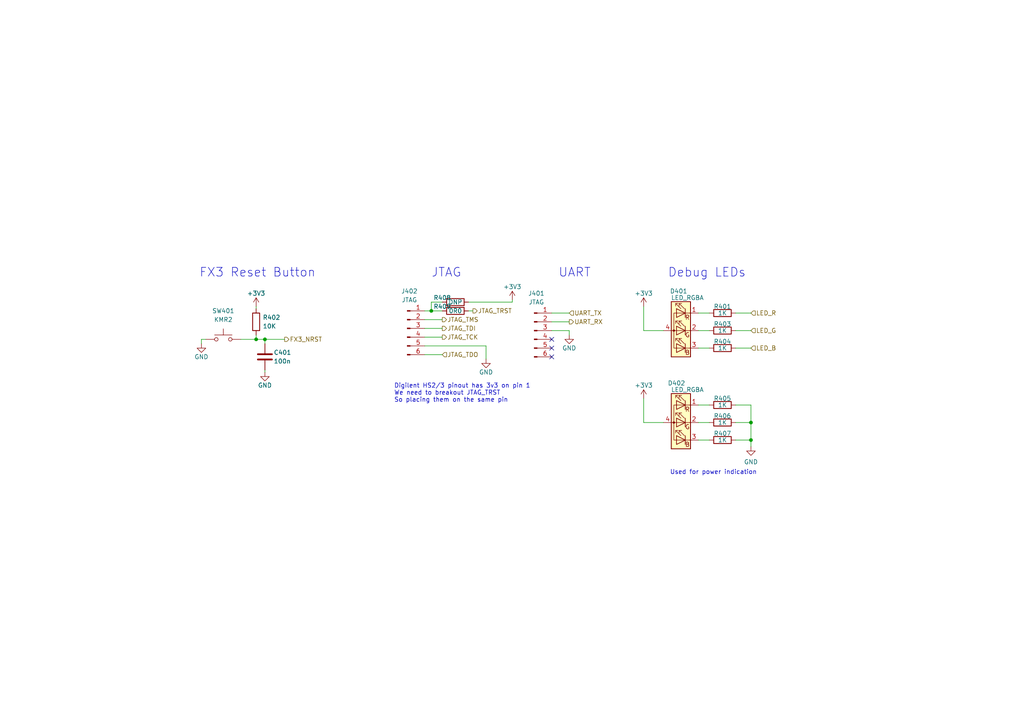
<source format=kicad_sch>
(kicad_sch (version 20211123) (generator eeschema)
  (paper "A4")
  (title_block (title "Voyager Logic") (date "2022-11-26") (rev "0.1") (company "Josh Johnson"))
  (lib_symbols
    (symbol "Connector:Conn_01x06_Male" (pin_names (offset 1.016) hide)
      (property "Reference" "J" (at 0 7.62 0))
      (property "Value" "Conn_01x06_Male" (at 0 -10.16 0))
      (symbol "Conn_01x06_Male_1_1"
        (polyline (pts (xy 1.27 -7.62) (xy 0.8636 -7.62)) (stroke (width 0.1524)))
        (polyline (pts (xy 1.27 -5.08) (xy 0.8636 -5.08)) (stroke (width 0.1524)))
        (polyline (pts (xy 1.27 -2.54) (xy 0.8636 -2.54)) (stroke (width 0.1524)))
        (polyline (pts (xy 1.27 0) (xy 0.8636 0)) (stroke (width 0.1524)))
        (polyline (pts (xy 1.27 2.54) (xy 0.8636 2.54)) (stroke (width 0.1524)))
        (polyline (pts (xy 1.27 5.08) (xy 0.8636 5.08)) (stroke (width 0.1524)))
        (rectangle (start 0.8636 -7.493) (end 0 -7.747) (stroke (width 0.1524)) (fill (type outline)))
        (rectangle (start 0.8636 -4.953) (end 0 -5.207) (stroke (width 0.1524)) (fill (type outline)))
        (rectangle (start 0.8636 -2.413) (end 0 -2.667) (stroke (width 0.1524)) (fill (type outline)))
        (rectangle (start 0.8636 0.127) (end 0 -0.127) (stroke (width 0.1524)) (fill (type outline)))
        (rectangle (start 0.8636 2.667) (end 0 2.413) (stroke (width 0.1524)) (fill (type outline)))
        (rectangle (start 0.8636 5.207) (end 0 4.953) (stroke (width 0.1524)) (fill (type outline)))
        (pin passive line (at 5.08 5.08 180) (length 3.81) (name "Pin_1") (number "1"))
        (pin passive line (at 5.08 2.54 180) (length 3.81) (name "Pin_2") (number "2"))
        (pin passive line (at 5.08 0 180) (length 3.81) (name "Pin_3") (number "3"))
        (pin passive line (at 5.08 -2.54 180) (length 3.81) (name "Pin_4") (number "4"))
        (pin passive line (at 5.08 -5.08 180) (length 3.81) (name "Pin_5") (number "5"))
        (pin passive line (at 5.08 -7.62 180) (length 3.81) (name "Pin_6") (number "6"))
      )
    )
    (symbol "Device:C" (pin_numbers hide) (pin_names (offset 0.254))
      (property "Reference" "C" (at 0.635 2.54 0))
      (property "Value" "C" (at 0.635 -2.54 0))
      (symbol "C_0_1"
        (polyline (pts (xy -2.032 -0.762) (xy 2.032 -0.762)) (stroke (width 0.508)))
        (polyline (pts (xy -2.032 0.762) (xy 2.032 0.762)) (stroke (width 0.508)))
      )
      (symbol "C_1_1"
        (pin passive line (at 0 3.81 270) (length 2.794) (name "~") (number "1"))
        (pin passive line (at 0 -3.81 90) (length 2.794) (name "~") (number "2"))
      )
    )
    (symbol "Device:R" (pin_numbers hide) (pin_names (offset 0))
      (property "Reference" "R" (at 2.032 0 90))
      (property "Value" "R" (at 0 0 90))
      (symbol "R_0_1"
        (rectangle (start -1.016 -2.54) (end 1.016 2.54) (stroke (width 0.254)))
      )
      (symbol "R_1_1"
        (pin passive line (at 0 3.81 270) (length 1.27) (name "~") (number "1"))
        (pin passive line (at 0 -3.81 90) (length 1.27) (name "~") (number "2"))
      )
    )
    (symbol "Switch:SW_Push" (pin_numbers hide) (pin_names (offset 1.016) hide)
      (property "Reference" "SW" (at 1.27 2.54 0))
      (property "Value" "SW_Push" (at 0 -1.524 0))
      (symbol "SW_Push_0_1"
        (circle (center -2.032 0) (radius 0.508))
        (polyline (pts (xy 0 1.27) (xy 0 3.048)))
        (polyline (pts (xy 2.54 1.27) (xy -2.54 1.27)))
        (circle (center 2.032 0) (radius 0.508))
        (pin passive line (at -5.08 0 0) (length 2.54) (name "1") (number "1"))
        (pin passive line (at 5.08 0 180) (length 2.54) (name "2") (number "2"))
      )
    )
    (symbol "josh-led:LED_RGBA" (pin_names (offset 0) hide)
      (property "Reference" "D" (at 0 9.398 0))
      (property "Value" "LED_RGBA" (at 0 -8.89 0))
      (symbol "LED_RGBA_0_0"
        (text "B" (at -1.905 -6.35 0) (effects (font (size 1.27 1.27))))
        (text "G" (at -1.905 -1.27 0) (effects (font (size 1.27 1.27))))
        (text "R" (at -1.905 3.81 0) (effects (font (size 1.27 1.27))))
      )
      (symbol "LED_RGBA_0_1"
        (polyline (pts (xy -2.54 -5.08) (xy 1.27 -5.08)))
        (polyline (pts (xy -1.27 -3.81) (xy -1.27 -6.35)) (stroke (width 0.2032)))
        (polyline (pts (xy -1.27 1.27) (xy -1.27 -1.27)) (stroke (width 0.2032)))
        (polyline (pts (xy -1.27 6.35) (xy -1.27 3.81)) (stroke (width 0.2032)))
        (polyline (pts (xy 1.27 5.08) (xy -2.54 5.08)))
        (polyline (pts (xy 2.54 0) (xy -2.54 0)))
        (polyline (pts (xy 1.27 -5.08) (xy 2.032 -5.08) (xy 2.032 5.08) (xy 1.27 5.08)))
        (polyline (pts (xy 1.27 -3.81) (xy 1.27 -6.35) (xy -1.27 -5.08) (xy 1.27 -3.81)) (stroke (width 0.2032)))
        (polyline (pts (xy 1.27 1.27) (xy 1.27 -1.27) (xy -1.27 0) (xy 1.27 1.27)) (stroke (width 0.2032)))
        (polyline (pts (xy 1.27 6.35) (xy 1.27 3.81) (xy -1.27 5.08) (xy 1.27 6.35)) (stroke (width 0.2032)))
        (polyline (pts (xy -1.016 -3.81) (xy 0.508 -2.286) (xy -0.254 -2.286) (xy 0.508 -2.286) (xy 0.508 -3.048)))
        (polyline (pts (xy -1.016 1.27) (xy 0.508 2.794) (xy -0.254 2.794) (xy 0.508 2.794) (xy 0.508 2.032)))
        (polyline (pts (xy -1.016 6.35) (xy 0.508 7.874) (xy -0.254 7.874) (xy 0.508 7.874) (xy 0.508 7.112)))
        (polyline (pts (xy 0 -3.81) (xy 1.524 -2.286) (xy 0.762 -2.286) (xy 1.524 -2.286) (xy 1.524 -3.048)))
        (polyline (pts (xy 0 1.27) (xy 1.524 2.794) (xy 0.762 2.794) (xy 1.524 2.794) (xy 1.524 2.032)))
        (polyline (pts (xy 0 6.35) (xy 1.524 7.874) (xy 0.762 7.874) (xy 1.524 7.874) (xy 1.524 7.112)))
        (rectangle (start 1.27 6.35) (end 1.27 6.35))
        (circle (center 2.032 0) (radius 0.254) (fill (type outline)))
        (rectangle (start 2.794 8.382) (end -2.794 -7.62) (stroke (width 0.254)) (fill (type background)))
      )
      (symbol "LED_RGBA_1_1"
        (pin passive line (at -5.08 5.08 0) (length 2.54) (name "RK") (number "1"))
        (pin passive line (at -5.08 0 0) (length 2.54) (name "GK") (number "2"))
        (pin passive line (at -5.08 -5.08 0) (length 2.54) (name "BK") (number "3"))
        (pin passive line (at 5.08 0 180) (length 2.54) (name "A") (number "4"))
      )
    )
    (symbol "power:+3V3" (power) (pin_names (offset 0))
      (property "Value" "+3V3" (at 0 3.556 0))
      (symbol "+3V3_0_1"
        (polyline (pts (xy -0.762 1.27) (xy 0 2.54)))
        (polyline (pts (xy 0 0) (xy 0 2.54)))
        (polyline (pts (xy 0 2.54) (xy 0.762 1.27)))
      )
      (symbol "+3V3_1_1"
        (pin power_in line (at 0 0 90) (length 0) hide (name "+3V3") (number "1"))
      )
    )
    (symbol "power:GND" (power) (pin_names (offset 0))
      (property "Value" "GND" (at 0 -3.81 0))
      (symbol "GND_0_1"
        (polyline (pts (xy 0 0) (xy 0 -1.27) (xy 1.27 -1.27) (xy 0 -2.54) (xy -1.27 -1.27) (xy 0 -1.27)))
      )
      (symbol "GND_1_1"
        (pin power_in line (at 0 0 270) (length 0) hide (name "GND") (number "1"))
      )
    )
  )
  (junction (at 76.835 98.425))
  (junction (at 125.095 90.17))
  (junction (at 217.805 122.555))
  (junction (at 217.805 127.635))
  (junction (at 74.295 98.425))
  (no_connect (at 160.02 98.425))
  (no_connect (at 160.02 100.965))
  (no_connect (at 160.02 103.505))
  (wire (pts (xy 128.27 102.87) (xy 123.19 102.87)))
  (wire (pts (xy 213.36 95.885) (xy 217.805 95.885)))
  (wire (pts (xy 76.835 98.425) (xy 82.55 98.425)))
  (wire (pts (xy 58.42 98.425) (xy 58.42 99.695)))
  (wire (pts (xy 148.59 86.995) (xy 148.59 87.63)))
  (wire (pts (xy 128.27 97.79) (xy 123.19 97.79)))
  (wire (pts (xy 123.19 92.71) (xy 128.27 92.71)))
  (wire (pts (xy 140.97 100.33) (xy 140.97 104.14)))
  (wire (pts (xy 74.295 88.9) (xy 74.295 89.535)))
  (wire (pts (xy 202.565 95.885) (xy 205.74 95.885)))
  (wire (pts (xy 217.805 117.475) (xy 217.805 122.555)))
  (wire (pts (xy 202.565 117.475) (xy 205.74 117.475)))
  (wire (pts (xy 213.36 127.635) (xy 217.805 127.635)))
  (wire (pts (xy 202.565 90.805) (xy 205.74 90.805)))
  (wire (pts (xy 74.295 97.155) (xy 74.295 98.425)))
  (wire (pts (xy 213.36 90.805) (xy 217.805 90.805)))
  (wire (pts (xy 217.805 122.555) (xy 217.805 127.635)))
  (wire (pts (xy 165.1 90.805) (xy 160.02 90.805)))
  (wire (pts (xy 202.565 127.635) (xy 205.74 127.635)))
  (wire (pts (xy 76.835 99.695) (xy 76.835 98.425)))
  (wire (pts (xy 213.36 117.475) (xy 217.805 117.475)))
  (wire (pts (xy 186.69 115.57) (xy 186.69 122.555)))
  (wire (pts (xy 160.02 95.885) (xy 165.1 95.885)))
  (wire (pts (xy 128.27 87.63) (xy 125.095 87.63)))
  (wire (pts (xy 192.405 95.885) (xy 186.69 95.885)))
  (wire (pts (xy 165.1 93.345) (xy 160.02 93.345)))
  (wire (pts (xy 125.095 90.17) (xy 128.27 90.17)))
  (wire (pts (xy 202.565 100.965) (xy 205.74 100.965)))
  (wire (pts (xy 59.69 98.425) (xy 58.42 98.425)))
  (wire (pts (xy 125.095 90.17) (xy 123.19 90.17)))
  (wire (pts (xy 135.89 90.17) (xy 137.16 90.17)))
  (wire (pts (xy 125.095 87.63) (xy 125.095 90.17)))
  (wire (pts (xy 74.295 98.425) (xy 76.835 98.425)))
  (wire (pts (xy 213.36 122.555) (xy 217.805 122.555)))
  (wire (pts (xy 135.89 87.63) (xy 148.59 87.63)))
  (wire (pts (xy 217.805 127.635) (xy 217.805 129.54)))
  (wire (pts (xy 202.565 122.555) (xy 205.74 122.555)))
  (wire (pts (xy 69.85 98.425) (xy 74.295 98.425)))
  (wire (pts (xy 123.19 100.33) (xy 140.97 100.33)))
  (wire (pts (xy 128.27 95.25) (xy 123.19 95.25)))
  (wire (pts (xy 192.405 122.555) (xy 186.69 122.555)))
  (wire (pts (xy 186.69 88.9) (xy 186.69 95.885)))
  (wire (pts (xy 76.835 107.315) (xy 76.835 107.95)))
  (wire (pts (xy 165.1 97.155) (xy 165.1 95.885)))
  (wire (pts (xy 213.36 100.965) (xy 217.805 100.965)))
  (text "Debug LEDs" (at 193.675 80.645 0) (effects (font (size 2.54 2.54)) (justify left bottom)))
  (text "UART" (at 161.925 80.645 0) (effects (font (size 2.54 2.54)) (justify left bottom)))
  (text "Digilent HS2/3 pinout has 3v3 on pin 1\nWe need to breakout JTAG_TRST\nSo placing them on the same pin" (at 114.3 116.84 0) (effects (font (size 1.27 1.27)) (justify left bottom)))
  (text "FX3 Reset Button" (at 57.785 80.645 0) (effects (font (size 2.54 2.54)) (justify left bottom)))
  (text "Used for power indication" (at 194.31 137.795 0) (effects (font (size 1.27 1.27)) (justify left bottom)))
  (text "JTAG" (at 125.095 80.645 0) (effects (font (size 2.54 2.54)) (justify left bottom)))
  (hierarchical_label "FX3_NRST" (shape output) (at 82.55 98.425 0))
  (hierarchical_label "JTAG_TDI" (shape output) (at 128.27 95.25 0))
  (hierarchical_label "UART_TX" (shape input) (at 165.1 90.805 0))
  (hierarchical_label "LED_G" (shape input) (at 217.805 95.885 0))
  (hierarchical_label "LED_R" (shape input) (at 217.805 90.805 0))
  (hierarchical_label "LED_B" (shape input) (at 217.805 100.965 0))
  (hierarchical_label "UART_RX" (shape output) (at 165.1 93.345 0))
  (hierarchical_label "JTAG_TMS" (shape output) (at 128.27 92.71 0))
  (hierarchical_label "JTAG_TDO" (shape input) (at 128.27 102.87 0))
  (hierarchical_label "JTAG_TRST" (shape output) (at 137.16 90.17 0))
  (hierarchical_label "JTAG_TCK" (shape output) (at 128.27 97.79 0))
  (symbol (lib_id "Device:C") (at 76.835 103.505 0) (unit 1)
    (property "Reference" "C401" (at 79.375 102.235 0) (effects (justify left)))
    (property "Value" "100n" (at 79.375 104.775 0) (effects (justify left)))
    (property "Footprint" "Capacitor_SMD:C_0402_1005Metric" (effects hide))
    (property "LCSC" "C307331" (effects hide))
    (property "MPN" "CL05B104KB54PNC" (effects hide))
    (property "Manufacturer" "Samsung Electro-Mechanics" (effects hide))
  )
  (symbol (lib_id "power:GND") (at 217.805 129.54 0) (unit 1)
    (property "Reference" "#PWR0107" (effects hide))
    (property "Value" "GND" (at 217.805 133.985 0))
  )
  (symbol (lib_id "josh-led:LED_RGBA") (at 197.485 122.555 0) (mirror y) (unit 1)
    (property "Reference" "D402" (at 196.215 111.125 0))
    (property "Value" "LED_RGBA" (at 199.39 113.03 0))
    (property "Footprint" "josh-led:LED_TRI_2020" (effects hide))
    (property "LCSC" "C108793" (effects hide))
    (property "MPN" "FM-B2020RGBA-HG" (effects hide))
    (property "Manufacturer" "Foshan NationStar Optoelectronics" (effects hide))
  )
  (symbol (lib_id "Device:R") (at 132.08 87.63 90) (unit 1)
    (property "Reference" "R408" (at 128.27 86.36 90))
    (property "Value" "DNP" (at 132.08 87.63 90))
    (property "Footprint" "Resistor_SMD:R_0402_1005Metric" (effects hide))
  )
  (symbol (lib_id "power:GND") (at 140.97 104.14 0) (unit 1)
    (property "Reference" "#PWR0403" (effects hide))
    (property "Value" "GND" (at 140.97 107.95 0))
  )
  (symbol (lib_id "power:GND") (at 165.1 97.155 0) (unit 1)
    (property "Reference" "#PWR0404" (effects hide))
    (property "Value" "GND" (at 165.1 100.965 0))
  )
  (symbol (lib_id "Device:R") (at 209.55 122.555 90) (unit 1)
    (property "Reference" "R406" (at 209.55 120.65 90))
    (property "Value" "1K" (at 209.55 122.555 90))
    (property "Footprint" "Resistor_SMD:R_0402_1005Metric" (effects hide))
    (property "LCSC" "C144789" (effects hide))
    (property "MPN" "AC0402FR-071KL" (effects hide))
    (property "Manufacturer" "Yageo" (effects hide))
  )
  (symbol (lib_id "Device:R") (at 209.55 117.475 90) (unit 1)
    (property "Reference" "R405" (at 209.55 115.57 90))
    (property "Value" "1K" (at 209.55 117.475 90))
    (property "Footprint" "Resistor_SMD:R_0402_1005Metric" (effects hide))
    (property "LCSC" "C144789" (effects hide))
    (property "MPN" "AC0402FR-071KL" (effects hide))
    (property "Manufacturer" "Yageo" (effects hide))
  )
  (symbol (lib_id "Connector:Conn_01x06_Male") (at 118.11 95.25 0) (unit 1) (in_bom no)
    (property "Reference" "J402" (at 118.745 84.455 0))
    (property "Value" "JTAG" (at 118.745 86.995 0))
    (property "Footprint" "Connector:Tag-Connect_TC2030-IDC-NL_2x03_P1.27mm_Vertical" (effects hide))
  )
  (symbol (lib_id "power:+3V3") (at 74.295 88.9 0) (unit 1)
    (property "Reference" "#PWR0401" (effects hide))
    (property "Value" "+3V3" (at 74.295 85.09 0))
  )
  (symbol (lib_id "Device:R") (at 209.55 100.965 90) (unit 1)
    (property "Reference" "R404" (at 209.55 99.06 90))
    (property "Value" "1K" (at 209.55 100.965 90))
    (property "Footprint" "Resistor_SMD:R_0402_1005Metric" (effects hide))
    (property "LCSC" "C144789" (effects hide))
    (property "MPN" "AC0402FR-071KL" (effects hide))
    (property "Manufacturer" "Yageo" (effects hide))
  )
  (symbol (lib_id "power:+3V3") (at 186.69 88.9 0) (unit 1)
    (property "Reference" "#PWR0402" (effects hide))
    (property "Value" "+3V3" (at 186.69 85.09 0))
  )
  (symbol (lib_id "Device:R") (at 209.55 127.635 90) (unit 1)
    (property "Reference" "R407" (at 209.55 125.73 90))
    (property "Value" "1K" (at 209.55 127.635 90))
    (property "Footprint" "Resistor_SMD:R_0402_1005Metric" (effects hide))
    (property "LCSC" "C144789" (effects hide))
    (property "MPN" "AC0402FR-071KL" (effects hide))
    (property "Manufacturer" "Yageo" (effects hide))
  )
  (symbol (lib_id "Device:R") (at 209.55 95.885 90) (unit 1)
    (property "Reference" "R403" (at 209.55 93.98 90))
    (property "Value" "1K" (at 209.55 95.885 90))
    (property "Footprint" "Resistor_SMD:R_0402_1005Metric" (effects hide))
    (property "LCSC" "C144789" (effects hide))
    (property "MPN" "AC0402FR-071KL" (effects hide))
    (property "Manufacturer" "Yageo" (effects hide))
  )
  (symbol (lib_id "Device:R") (at 74.295 93.345 0) (unit 1)
    (property "Reference" "R402" (at 76.2 92.0749 0) (effects (justify left)))
    (property "Value" "10K" (at 76.2 94.6149 0) (effects (justify left)))
    (property "Footprint" "Resistor_SMD:R_0402_1005Metric" (effects hide))
    (property "LCSC" "C60490" (effects hide))
    (property "MPN" "RC0402FR-0710KL" (effects hide))
    (property "Manufacturer" "Yageo" (effects hide))
  )
  (symbol (lib_id "power:+3V3") (at 148.59 86.995 0) (unit 1)
    (property "Reference" "#PWR0109" (effects hide))
    (property "Value" "+3V3" (at 148.59 83.185 0))
  )
  (symbol (lib_id "Device:R") (at 132.08 90.17 90) (unit 1)
    (property "Reference" "R409" (at 128.27 88.9 90))
    (property "Value" "0R0" (at 132.08 90.17 90))
    (property "Footprint" "Resistor_SMD:R_0402_1005Metric" (effects hide))
  )
  (symbol (lib_id "Connector:Conn_01x06_Male") (at 154.94 95.885 0) (unit 1) (in_bom no)
    (property "Reference" "J401" (at 155.575 85.09 0))
    (property "Value" "JTAG" (at 155.575 87.63 0))
    (property "Footprint" "Connector:Tag-Connect_TC2030-IDC-NL_2x03_P1.27mm_Vertical" (effects hide))
  )
  (symbol (lib_id "Device:R") (at 209.55 90.805 90) (unit 1)
    (property "Reference" "R401" (at 209.55 88.9 90))
    (property "Value" "1K" (at 209.55 90.805 90))
    (property "Footprint" "Resistor_SMD:R_0402_1005Metric" (effects hide))
    (property "LCSC" "C144789" (effects hide))
    (property "MPN" "AC0402FR-071KL" (effects hide))
    (property "Manufacturer" "Yageo" (effects hide))
  )
  (symbol (lib_id "power:GND") (at 76.835 107.95 0) (unit 1)
    (property "Reference" "#PWR0406" (effects hide))
    (property "Value" "GND" (at 76.835 111.76 0))
  )
  (symbol (lib_id "power:+3V3") (at 186.69 115.57 0) (unit 1)
    (property "Reference" "#PWR0108" (effects hide))
    (property "Value" "+3V3" (at 186.69 111.76 0))
  )
  (symbol (lib_id "power:GND") (at 58.42 99.695 0) (unit 1)
    (property "Reference" "#PWR0405" (effects hide))
    (property "Value" "GND" (at 58.42 103.505 0))
  )
  (symbol (lib_id "josh-led:LED_RGBA") (at 197.485 95.885 0) (mirror y) (unit 1)
    (property "Reference" "D401" (at 196.85 84.455 0))
    (property "Value" "LED_RGBA" (at 199.39 86.36 0))
    (property "Footprint" "josh-led:LED_TRI_2020" (effects hide))
    (property "LCSC" "C108793" (effects hide))
    (property "MPN" "FM-B2020RGBA-HG" (effects hide))
    (property "Manufacturer" "Foshan NationStar Optoelectronics" (effects hide))
  )
  (symbol (lib_id "Switch:SW_Push") (at 64.77 98.425 0) (unit 1)
    (property "Reference" "SW401" (at 64.77 90.17 0))
    (property "Value" "KMR2" (at 64.77 92.71 0))
    (property "Footprint" "josh-buttons-switches:SW_Push_KMR2" (effects hide))
  )
)
</source>
